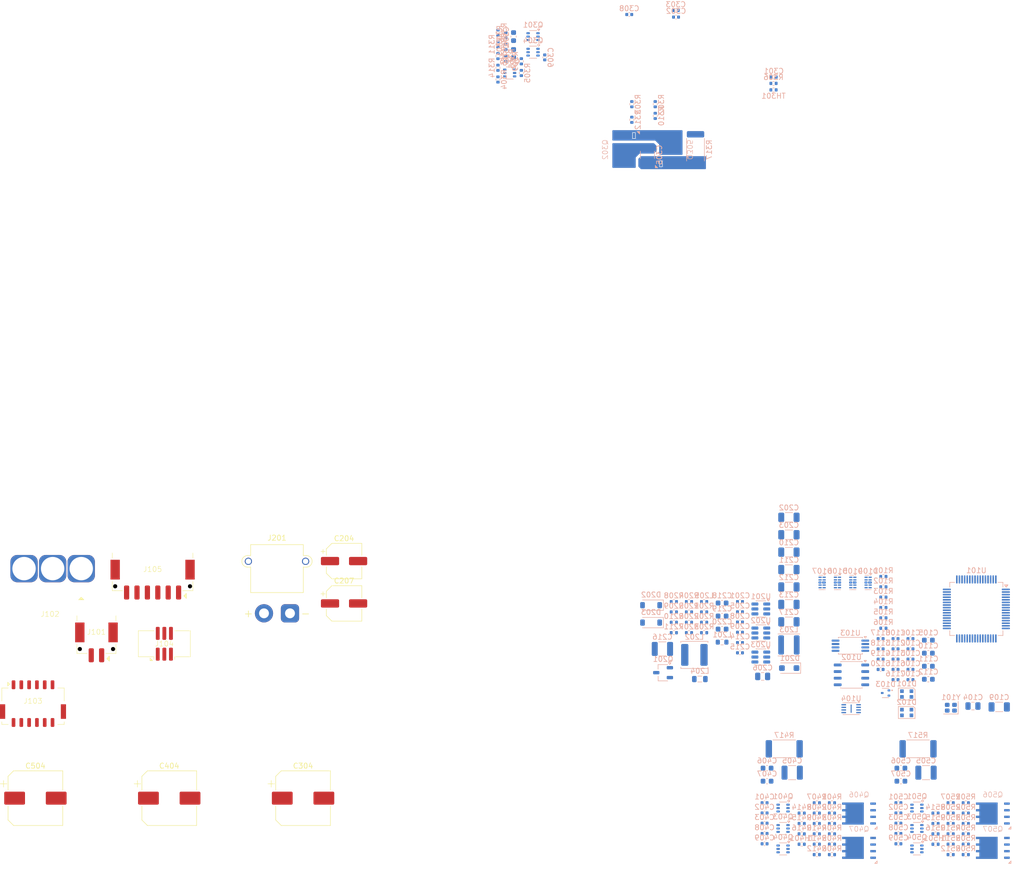
<source format=kicad_pcb>
(kicad_pcb (version 20241229) (generator "pcbnew") (generator_version "9.0")
  (layers (0 "F.Cu" signal) (2 "B.Cu" signal) (13 "F.Paste" user) (15 "B.Paste" user) (5 "F.SilkS" user "F.Silkscreen") (7 "B.SilkS" user "B.Silkscreen") (1 "F.Mask" user) (3 "B.Mask" user) (25 "Edge.Cuts" user))
  (net 0 "")
  (net 1 "GND")
  (net 2 "/OSC_IN")
  (net 3 "/OSC_OUT_L")
  (net 4 "/DBG.NRST")
  (net 5 "+12V")
  (net 6 "+5V")
  (net 7 "VDD")
  (net 8 "VDDA")
  (net 9 "/Power/12V_{SW}")
  (net 10 "/Power/12V_{BST}")
  (net 11 "VBUS")
  (net 12 "/Power/VBUS_{FLT}")
  (net 13 "/Power/12V_{FB}")
  (net 14 "/Power/VBUS_{SENSE}")
  (net 15 "/Power/3V3_{BST}")
  (net 16 "/Power/3V3_{SW}")
  (net 17 "VBST")
  (net 18 "/Power/VBST_{FB}")
  (net 19 "/Power/3V3_{FB}")
  (net 20 "/Power/CP+")
  (net 21 "/Power/CP-")
  (net 22 "/Phase A/FLT_{M}")
  (net 23 "/Phase A/V_{SENSE}")
  (net 24 "/Phase A/TEMP")
  (net 25 "/Phase A/I_{SENSE}")
  (net 26 "/Phase A/LOW")
  (net 27 "/Phase B/FLT_{M}")
  (net 28 "/Phase B/V_{SENSE}")
  (net 29 "/Phase B/TEMP")
  (net 30 "/Phase B/I_{SENSE}")
  (net 31 "/Phase B/LOW")
  (net 32 "/Phase C/FLT_{M}")
  (net 33 "/Phase C/V_{SENSE}")
  (net 34 "/Phase C/TEMP")
  (net 35 "/Phase C/I_{SENSE}")
  (net 36 "/Phase C/LOW")
  (net 38 "Net-(D101-DIN)")
  (net 39 "Net-(D102-DIN)")
  (net 40 "/CANL")
  (net 41 "/CANH")
  (net 42 "/DBG.SWDIO")
  (net 43 "/DBG.SWCLK")
  (net 44 "/DBG.SWO")
  (net 45 "Net-(J105-Pin_4)")
  (net 46 "Net-(J105-Pin_3)")
  (net 47 "/XIO3")
  (net 48 "/XIO2")
  (net 49 "/XIO0")
  (net 50 "/XIO1")
  (net 51 "/XIO5")
  (net 52 "/XIO7")
  (net 53 "/XIO4")
  (net 54 "/XIO6")
  (net 55 "/Power/VBST_{SW}")
  (net 56 "/Phase B/PHASE")
  (net 57 "/Phase C/PHASE")
  (net 58 "/Phase A/PHASE")
  (net 59 "/Power/VBST_{PWM}")
  (net 60 "/Phase A/DH")
  (net 61 "Net-(Q301B-D2)")
  (net 62 "Net-(Q301A-D1)")
  (net 63 "/Phase A/GH")
  (net 64 "Net-(Q303B-E2)")
  (net 65 "/Phase A/DL")
  (net 66 "/Phase A/HIGH")
  (net 67 "Net-(Q303A-E1)")
  (net 68 "Net-(Q304B-D2)")
  (net 69 "Net-(Q304A-D1)")
  (net 70 "/Phase A/GL")
  (net 71 "/Phase B/DH")
  (net 72 "Net-(Q401A-D1)")
  (net 73 "Net-(Q401B-D2)")
  (net 74 "/Phase B/DL")
  (net 75 "Net-(Q403A-E1)")
  (net 76 "Net-(Q403B-E2)")
  (net 77 "/Phase B/HIGH")
  (net 78 "Net-(Q404B-D2)")
  (net 79 "Net-(Q404A-D1)")
  (net 80 "/Phase B/GH")
  (net 81 "/Phase B/GL")
  (net 82 "Net-(Q501B-D2)")
  (net 83 "/Phase C/DH")
  (net 84 "Net-(Q501A-D1)")
  (net 85 "/Phase C/HIGH")
  (net 86 "Net-(Q503A-E1)")
  (net 87 "/Phase C/DL")
  (net 88 "Net-(Q503B-E2)")
  (net 89 "Net-(Q504A-D1)")
  (net 90 "Net-(Q504B-D2)")
  (net 91 "/Phase C/GH")
  (net 92 "/Phase C/GL")
  (net 93 "/OSC_OUT")
  (net 94 "/QSPI.NCS")
  (net 95 "Net-(U101A-PB8-BOOT)")
  (net 96 "/Power/12V_{FBM}")
  (net 97 "/Power/3V3_{FBM}")
  (net 98 "/LI2C_SDA")
  (net 99 "/LI2C_SCL")
  (net 101 "/CAN_RX")
  (net 104 "/QSPI.IO0")
  (net 105 "/QSPI.SCK")
  (net 106 "/QSPI.IO3")
  (net 107 "/CAN_TX")
  (net 108 "/QSPI.IO2")
  (net 109 "/QSPI.IO1")
  (footprint "Bluesat:IDC6" (layer "F.Cu") (at -85.665 95.03)
    (property "Reference" "J104")
    (property "Value" "IDC6")
  )
  (footprint "Connector_AMASS:AMASS_XT30PW-M_1x02_P2.50mm_Horizontal" (layer "F.Cu") (at -61.5 89.175)
    (property "Reference" "J201")
    (property "Value" "XT30M")
  )
  (footprint "Bluesat:SM02B-PASS" (layer "F.Cu") (at -98.725 89.145)
    (property "Reference" "J101")
    (property "Value" "SM02B-PASS")
  )
  (footprint "Capacitor_SMD:CP_Elec_10x10" (layer "F.Cu") (at -110.465 124.725)
    (property "Reference" "C504")
    (property "Value" "270u")
  )
  (footprint "Capacitor_SMD:CP_Elec_6.3x7.7" (layer "F.Cu") (at -51.1 87.275)
    (property "Reference" "C207")
    (property "Value" "68u")
  )
  (footprint "Capacitor_SMD:CP_Elec_6.3x7.7" (layer "F.Cu") (at -51.1 79.125)
    (property "Reference" "C204")
    (property "Value" "68u")
  )
  (footprint "Capacitor_SMD:CP_Elec_10x10" (layer "F.Cu") (at -58.985 124.725)
    (property "Reference" "C304")
    (property "Value" "270u")
  )
  (footprint "Bluesat:MR60-F-TopMount" (layer "F.Cu") (at -107.15 80.575)
    (property "Reference" "J102")
    (property "Value" "MR60")
  )
  (footprint "Capacitor_SMD:CP_Elec_10x10" (layer "F.Cu") (at -84.725 124.725)
    (property "Reference" "C404")
    (property "Value" "270u")
  )
  (footprint "Bluesat:BM12B-ZPDSS" (layer "F.Cu") (at -110.925 106.545)
    (property "Reference" "J103")
    (property "Value" "BM12B-ZPDSS")
  )
  (footprint "Bluesat:SM06B-PASS" (layer "F.Cu") (at -87.925 77.075)
    (property "Reference" "J105")
    (property "Value" "SM06B-PASS")
  )
  (footprint "Resistor_SMD:R_0402_1005Metric" (layer "B.Cu") (at 52.629048 90.06 180)
    (property "Reference" "R105")
    (property "Value" "100k")
  )
  (footprint "Capacitor_SMD:C_0402_1005Metric" (layer "B.Cu") (at 54.969048 99.97 180)
    (property "Reference" "C115")
    (property "Value" "220n")
  )
  (footprint "Resistor_SMD:R_0402_1005Metric" (layer "B.Cu") (at -20 -17.5 90)
    (property "Reference" "R315")
    (property "Value" "1k")
  )
  (footprint "Bluesat:PQFN_5x6mm_E_DGS" (layer "B.Cu") (at 47.944048 127.685 180)
    (property "Reference" "Q406")
    (property "Value" "IRFH7440TRPBF")
  )
  (footprint "Inductor_SMD:L_Changjiang_FNR4020S" (layer "B.Cu") (at 34.459048 95.26 180)
    (property "Reference" "L203")
    (property "Value" "4u7-2A")
  )
  (footprint "Resistor_SMD:R_0402_1005Metric" (layer "B.Cu") (at 4.25 -8.75 90)
    (property "Reference" "R303")
    (property "Value" "10R")
  )
  (footprint "Capacitor_SMD:C_0603_1608Metric" (layer "B.Cu") (at 61.279048 96.84 180)
    (property "Reference" "C110")
    (property "Value" "2u2")
  )
  (footprint "Bluesat:PQFN_5x6mm_E_DGS" (layer "B.Cu") (at 11.75 0 90)
    (property "Reference" "Q305")
    (property "Value" "IRFH7440TRPBF")
  )
  (footprint "Capacitor_SMD:C_1206_3216Metric" (layer "B.Cu") (at 34.459048 77.41 180)
    (property "Reference" "C210")
    (property "Value" "4u7-M")
  )
  (footprint "Resistor_SMD:R_0402_1005Metric" (layer "B.Cu") (at 65.569048 133.59 180)
    (property "Reference" "R511")
    (property "Value" "2k2")
  )
  (footprint "Capacitor_SMD:C_0805_2012Metric" (layer "B.Cu") (at 29.409048 101.31 180)
    (property "Reference" "C206")
    (property "Value" "1u-M")
  )
  (footprint "Diode_SMD:D_SOD-123" (layer "B.Cu") (at 7.954048 87.61 180)
    (property "Reference" "D202")
    (property "Value" "500mA")
  )
  (footprint "Crystal:Crystal_SMD_2016-4Pin_2.0x1.6mm" (layer "B.Cu") (at 65.609048 107.33 180)
    (property "Reference" "Y101")
    (property "Value" "24Mhz")
  )
  (footprint "Resistor_SMD:R_0402_1005Metric" (layer "B.Cu") (at -17 -14.75 90)
    (property "Reference" "R305")
    (property "Value" "1k")
  )
  (footprint "Capacitor_SMD:C_0402_1005Metric" (layer "B.Cu") (at 52.099048 94.06 180)
    (property "Reference" "C117")
    (property "Value" "220n")
  )
  (footprint "Capacitor_SMD:C_0402_1005Metric" (layer "B.Cu") (at 3.75 -26 180)
    (property "Reference" "C308")
    (property "Value" "1n")
  )
  (footprint "Resistor_SMD:R_0402_1005Metric" (layer "B.Cu") (at 12.329048 86.93 180)
    (property "Reference" "R208")
    (property "Value" "10k")
  )
  (footprint "Resistor_SMD:R_0402_1005Metric" (layer "B.Cu") (at 39.829048 133.59 180)
    (property "Reference" "R411")
    (property "Value" "2k2")
  )
  (footprint "Resistor_SMD:R_0402_1005Metric" (layer "B.Cu") (at -20 -19.75 -90)
    (property "Reference" "R301")
    (property "Value" "10k")
  )
  (footprint "Capacitor_SMD:C_1210_3225Metric" (layer "B.Cu") (at 10.129048 96.02 180)
    (property "Reference" "C216")
    (property "Value" "22u")
  )
  (footprint "Capacitor_SMD:C_0402_1005Metric" (layer "B.Cu") (at 29.779048 125.62 180)
    (property "Reference" "C401")
    (property "Value" "10n")
  )
  (footprint "Resistor_SMD:R_0402_1005Metric" (layer "B.Cu") (at 18.149048 92.9 180)
    (property "Reference" "R203")
    (property "Value" "47k")
  )
  (footprint "Capacitor_SMD:C_0402_1005Metric" (layer "B.Cu") (at 29.779048 133.5 180)
    (property "Reference" "C409")
    (property "Value" "100n")
  )
  (footprint "Resistor_SMD:R_0402_1005Metric" (layer "B.Cu") (at 68.479048 135.58 180)
    (property "Reference" "R506")
    (property "Value" "10R")
  )
  (footprint "Capacitor_SMD:C_0402_1005Metric" (layer "B.Cu") (at 55.519048 127.59 180)
    (property "Reference" "C502")
    (property "Value" "1n")
  )
  (footprint "Capacitor_SMD:C_1206_3216Metric" (layer "B.Cu") (at 34.459048 90.81 180)
    (property "Reference" "C217")
    (property "Value" "2u2-H")
  )
  (footprint "Bluesat:SOT-363" (layer "B.Cu") (at 33.339048 126.635 180)
    (property "Reference" "Q401")
    (property "Value" "CJ3439KDW")
  )
  (footprint "Capacitor_SMD:C_0603_1608Metric" (layer "B.Cu") (at 21.609048 89.7 180)
    (property "Reference" "C219")
    (property "Value" "2u2")
  )
  (footprint "Resistor_SMD:R_0402_1005Metric" (layer "B.Cu") (at 39.829048 135.58 180)
    (property "Reference" "R412")
    (property "Value" "10R")
  )
  (footprint "Capacitor_SMD:C_0603_1608Metric" (layer "B.Cu") (at 61.279048 94.33 180)
    (property "Reference" "C105")
    (property "Value" "2u2")
  )
  (footprint "Bluesat:PQFN_5x6mm_E_DGS" (layer "B.Cu") (at 73.684048 127.685 180)
    (property "Reference" "Q506")
    (property "Value" "IRFH7440TRPBF")
  )
  (footprint "Bluesat:WS2812B-2020" (layer "B.Cu") (at 57.114048 104.7 180)
    (property "Reference" "D101")
    (property "Value" "WS2812B-2020")
  )
  (footprint "Capacitor_SMD:C_0805_2012Metric" (layer "B.Cu") (at 69.859048 107.01 180)
    (property "Reference" "C104")
    (property "Value" "1u-M")
  )
  (footprint "Resistor_SMD:R_0402_1005Metric" (layer "B.Cu") (at -17 -17 -90)
    (property "Reference" "R309")
    (property "Value" "10k")
  )
  (footprint "Bluesat:SOT-363" (layer "B.Cu") (at 59.079048 126.635 180)
    (property "Reference" "Q501")
    (property "Value" "CJ3439KDW")
  )
  (footprint "Diode_SMD:D_SOD-123" (layer "B.Cu") (at 7.954048 90.96 180)
    (property "Reference" "D203")
    (property "Value" "500mA")
  )
  (footprint "Capacitor_SMD:C_1206_3216Metric" (layer "B.Cu") (at 34.459048 74.06 180)
    (property "Reference" "C203")
    (property "Value" "1u-H")
  )
  (footprint "Capacitor_SMD:C_0402_1005Metric" (layer "B.Cu") (at 31.54 -13.96 180)
    (property "Reference" "C301")
    (property "Value" "10n")
  )
  (footprint "Resistor_SMD:R_0402_1005Metric" (layer "B.Cu") (at 42.739048 133.59 180)
    (property "Reference" "R405")
    (property "Value" "1k")
  )
  (footprint "Capacitor_SMD:C_0402_1005Metric" (layer "B.Cu") (at 25.049048 96.77 180)
    (property "Reference" "C215")
    (property "Value" "33p")
  )
  (footprint "Bluesat:SOT-363" (layer "B.Cu") (at 59.079048 130.56 180)
    (property "Reference" "Q503")
    (property "Value" "BC846S")
  )
  (footprint "Capacitor_SMD:C_0603_1608Metric" (layer "B.Cu") (at 61.279048 99.35 180)
    (property "Reference" "C111")
    (property "Value" "2u2")
  )
  (footprint "Resistor_SMD:R_0402_1005Metric" (layer "B.Cu") (at 42.739048 129.61 180)
    (property "Reference" "R403")
    (property "Value" "10R")
  )
  (footprint "Resistor_SMD:R_0402_1005Metric" (layer "B.Cu") (at 8.75 -6.5 90)
    (property "Reference" "R310")
    (property "Value" "10R")
  )
  (footprint "Resistor_SMD:R_2512_6332Metric" (layer "B.Cu") (at 16.5 0 90)
    (property "Reference" "R317")
    (property "Value" "1m")
  )
  (footprint "Package_TO_SOT_SMD:TSOT-23-6" (layer "B.Cu") (at 29.059048 92.96 180)
    (property "Reference" "U202")
    (property "Value" "AP62200TWU")
  )
  (footprint "Inductor_SMD:L_Changjiang_FNR5040S" (layer "B.Cu") (at 16.279048 97.17 180)
    (property "Reference" "L202")
    (property "Value" "15u-2A")
  )
  (footprint "Bluesat:PQFN_5x6mm_E_DGS" (layer "B.Cu") (at 47.944048 134.285 180)
    (property "Reference" "Q407")
    (property "Value" "IRFH7440TRPBF")
  )
  (footprint "Capacitor_SMD:C_0402_1005Metric" (layer "B.Cu") (at 12.75 -25.5 180)
    (property "Reference" "C302")
    (property "Value" "1n")
  )
  (footprint "Package_DFN_QFN:Diodes_UDFN-10_1x2.5mm_P0.5mm" (layer "B.Cu") (at 43.799048 83.245 180)
    (property "Reference" "D106")
    (property "Value" "3V3")
  )
  (footprint "Resistor_SMD:R_0402_1005Metric" (layer "B.Cu") (at 65.569048 131.6 180)
    (property "Reference" "R510")
    (property "Value" "10R")
  )
  (footprint "Capacitor_SMD:C_1206_3216Metric" (layer "B.Cu") (at 34.459048 70.71 180)
    (property "Reference" "C202")
    (property "Value" "1u-H")
  )
  (footprint "Resistor_SMD:R_0603_1608Metric" (layer "B.Cu") (at 21.609048 94.72 180)
    (property "Reference" "L201")
    (property "Value" "120R")
  )
  (footprint "Capacitor_SMD:C_0402_1005Metric" (layer "B.Cu") (at 57.839048 99.97 180)
    (property "Reference" "C106")
    (property "Value" "220n")
  )
  (footprint "Capacitor_SMD:C_0603_1608Metric" (layer "B.Cu") (at 55.999048 121.46 180)
    (property "Reference" "C507")
    (property "Value" "100n-H")
  )
  (footprint "Resistor_SMD:R_0402_1005Metric" (layer "B.Cu") (at 12.329048 88.92 180)
    (property "Reference" "R209")
    (property "Value" "100K")
  )
  (footprint "Resistor_SMD:R_0402_1005Metric" (layer "B.Cu") (at 15.239048 86.93 180)
    (property "Reference" "R204")
    (property "Value" "10k")
  )
  (footprint "Capacitor_SMD:C_0402_1005Metric" (layer "B.Cu") (at 52.099048 99.97 180)
    (property "Reference" "C120")
    (property "Value" "220n")
  )
  (footprint "Resistor_SMD:R_0402_1005Metric" (layer "B.Cu") (at 12.329048 92.9 180)
    (property "Reference" "R211")
    (property "Value" "10k")
  )
  (footprint "Resistor_SMD:R_0402_1005Metric" (layer "B.Cu") (at 31.5 -11.5)
    (property "Reference" "TH301")
    (property "Value" "10k")
  )
  (footprint "Resistor_SMD:R_0402_1005Metric" (layer "B.Cu") (at 62.659048 133.59 180)
    (property "Reference" "TH501")
    (property "Value" "10k")
  )
  (footprint "Resistor_SMD:R_0402_1005Metric" (layer "B.Cu") (at 36.919048 133.59 180)
    (property "Reference" "TH401")
    (property "Value" "10k")
  )
  (footprint "Resistor_SMD:R_0402_1005Metric" (layer "B.Cu") (at 12.329048 90.91 180)
    (property "Reference" "R210")
    (property "Value" "10k")
  )
  (footprint "Capacitor_SMD:C_0603_1608Metric" (layer "B.Cu") (at -18.5 -18.5 -90)
    (property "Reference" "C307")
    (property "Value" "100n-H")
  )
  (footprint "Capacitor_SMD:C_0603_1608Metric" (layer "B.Cu") (at 21.609048 92.21 180)
    (property "Reference" "C220")
    (property "Value" "2u2")
  )
  (footprint "Capacitor_SMD:C_0402_1005Metric" (layer "B.Cu") (at 29.779048 127.59 180)
    (property "Reference" "C402")
    (property "Value" "1n")
  )
  (footprint "Capacitor_SMD:C_1210_3225Metric" (layer "B.Cu") (at 35.089048 119.82 180)
    (property "Reference" "C405")
    (property "Value" "4u7-H")
  )
  (footprint "Capacitor_SMD:C_0603_1608Metric" (layer "B.Cu") (at 30.259048 118.95 180)
    (property "Reference" "C406")
    (property "Value" "100n-H")
  )
  (footprint "Resistor_SMD:R_0402_1005Metric" (layer "B.Cu") (at 18.149048 88.92 180)
    (property "Reference" "R201")
    (property "Value" "100k")
  )
  (footprint "Capacitor_SMD:C_0402_1005Metric" (layer "B.Cu") (at 55.519048 129.56 180)
    (property "Reference" "C503")
    (property "Value" "220n")
  )
  (footprint "Bluesat:SOT-363" (layer "B.Cu") (at 33.339048 134.485 180)
    (property "Reference" "Q404")
    (property "Value" "CJ3439KDW")
  )
  (footprint "Bluesat:PQFN_5x6mm_E_DGS" (layer "B.Cu") (at 73.684048 134.285 180)
    (property "Reference" "Q507")
    (property "Value" "IRFH7440TRPBF")
  )
  (footprint "Capacitor_SMD:C_0402_1005Metric" (layer "B.Cu") (at 25.049048 94.8 180)
    (property "Reference" "C214")
    (property "Value" "33p")
  )
  (footprint "Resistor_SMD:R_0402_1005Metric" (layer "B.Cu") (at 52.629048 86.08 180)
    (property "Reference" "R103")
    (property "Value" "10k")
  )
  (footprint "Resistor_SMD:R_0402_1005Metric" (layer "B.Cu") (at 52.629048 88.07 180)
    (property "Reference" "R104")
    (property "Value" "100k")
  )
  (footprint "Capacitor_SMD:C_1210_3225Metric" (layer "B.Cu") (at 7.25 1 90)
    (property "Reference" "C305")
    (property "Value" "4u7-H")
  )
  (footprint "Resistor_SMD:R_0402_1005Metric" (layer "B.Cu") (at -21.5 -15.75 -90)
    (property "Reference" "R314")
    (property "Value" "10k")
  )
  (footprint "Resistor_SMD:R_0402_1005Metric" (layer "B.Cu") (at 8.75 -8.75 90)
    (property "Reference" "R302")
    (property "Value" "10R")
  )
  (footprint "Resistor_SMD:R_0402_1005Metric" (layer "B.Cu") (at 52.629048 84.09 180)
    (property "Reference" "R102")
    (property "Value" "470R")
  )
  (footprint "Capacitor_SMD:C_0603_1608Metric" (layer "B.Cu") (at 21.609048 87.19 180)
    (property "Reference" "C218")
    (property "Value" "2u2")
  )
  (footprint "Capacitor_SMD:C_1210_3225Metric" (layer "B.Cu") (at 60.829048 119.82 180)
    (property "Reference" "C505")
    (property "Value" "4u7-H")
  )
  (footprint "Resistor_SMD:R_0402_1005Metric" (layer "B.Cu") (at 39.829048 125.63 180)
    (property "Reference" "R407")
    (property "Value" "220K")
  )
  (footprint "Resistor_SMD:R_0402_1005Metric" (layer "B.Cu") (at -20 -22 -90)
    (property "Reference" "R307")
    (property "Value" "220K")
  )
  (footprint "Bluesat:SOT-363" (layer "B.Cu") (at -19.25 -14.75 180)
    (property "Reference" "Q303")
    (property "Value" "BC846S")
  )
  (footprint "Resistor_SMD:R_2512_6332Metric" (layer "B.Cu") (at 33.559048 115.24 180)
    (property "Reference" "R417")
    (property "Value" "1m")
  )
  (footprint "Bluesat:SOT-363" (layer "B.Cu") (at 33.339048 130.56 180)
    (property "Reference" "Q403")
    (property "Value" "BC846S")
  )
  (footprint "Bluesat:SOT-363" (layer "B.Cu") (at -14.75 -21.75 180)
    (property "Reference" "Q301")
    (property "Value" "CJ3439KDW")
  )
  (footprint "Resistor_SMD:R_0402_1005Metric" (layer "B.Cu") (at 36.919048 127.62 180)
    (property "Reference" "R414")
    (property "Value" "10k")
  )
  (footprint "Capacitor_SMD:C_0402_1005Metric" (layer "B.Cu") (at 25.049048 88.89 180)
    (property "Reference" "C205")
    (property "Value" "33p")
  )
  (footprint "Package_TO_SOT_SMD:TSOT-23" (layer "B.Cu") (at 10.259048 100.585 180)
    (property "Reference" "Q201")
    (property "Value" "SSM3K333R")
  )
  (footprint "Resistor_SMD:R_0402_1005Metric" (layer "B.Cu") (at 62.659048 129.61 180)
    (property "Reference" "R515")
    (property "Value" "1k")
  )
  (footprint "Capacitor_SMD:C_0402_1005Metric" (layer "B.Cu") (at 25.049048 90.86 180)
    (property "Reference" "C208")
    (property "Value" "10n")
  )
  (footprint "Bluesat:SOT-363" (layer "B.Cu") (at 59.079048 134.485 180)
    (property "Reference" "Q504")
    (property "Value" "CJ3439KDW")
  )
  (footprint "Bluesat:WS2812B-2020" (layer "B.Cu") (at 57.114048 108.25 180)
    (property "Reference" "D102")
    (property "Value" "WS2812B-2020")
  )
  (footprint "Capacitor_SMD:C_0402_1005Metric" (layer "B.Cu") (at 55.519048 131.53 180)
    (property "Reference" "C508")
    (property "Value" "1n")
  )
  (footprint "Resistor_SMD:R_0402_1005Metric" (layer "B.Cu") (at 4.25 -5.75 90)
    (property "Reference" "R312")
    (property "Value" "10R")
  )
  (footprint "Resistor_SMD:R_0402_1005Metric" (layer "B.Cu") (at 18.149048 86.93 180)
    (property "Reference" "L205")
    (property "Value" "600R")
  )
  (footprint "Package_TO_SOT_SMD:SOT-523" (layer "B.Cu") (at 53.054048 104.5 180)
    (property "Reference" "D103")
    (property "Value" "5V")
  )
  (footprint "Package_DFN_QFN:Diodes_UDFN-10_1x2.5mm_P0.5mm" (layer "B.Cu") (at 49.699048 83.245 180)
    (property "Reference" "D104")
    (property "Value" "3V3")
  )
  (footprint "Capacitor_SMD:C_0402_1005Metric" (layer "B.Cu") (at 52.099048 98 180)
    (property "Reference" "C119")
    (property "Value" "220n")
  )
  (footprint "Bluesat:LQFP-64-0.5" (layer "B.Cu") (at 70.509048 88.33 180)
    (property "Reference" "U101")
    (property "Value" "STM32G474_WarkMin")
  )
  (footprint "Bluesat:SOT-363" (layer "B.Cu") (at -14.75 -18.75 180)
    (property "Reference" "Q304")
    (property "Value" "CJ3439KDW")
  )
  (footprint "Capacitor_SMD:C_0402_1005Metric" (layer "B.Cu") (at 54.969048 101.94 180)
    (property "Reference" "C116")
    (property "Value" "220n")
  )
  (footprint "Resistor_SMD:R_0402_1005Metric" (layer "B.Cu") (at 52.629048 92.05 180)
    (property "Reference" "R106")
    (property "Value" "10k")
  )
  (footprint "Resistor_SMD:R_0402_1005Metric" (layer "B.Cu") (at 18.149048 90.91 180)
    (property "Reference" "R202")
    (property "Value" "220k")
  )
  (footprint "Capacitor_SMD:C_0402_1005Metric" (layer "B.Cu") (at 29.779048 131.53 180)
    (property "Reference" "C408")
    (property "Value" "1n")
  )
  (footprint "Capacitor_SMD:C_0402_1005Metric" (layer "B.Cu") (at 54.969048 96.03 180)
    (property "Reference" "C113")
    (property "Value" "220n")
  )
  (footprint "Resistor_SMD:R_0402_1005Metric" (layer "B.Cu") (at -21.5 -22.5 90)
    (property "Reference" "R308")
    (property "Value" "10K")
  )
  (footprint "Capacitor_SMD:C_1206_3216Metric" (layer "B.Cu") (at 34.459048 84.11 180)
    (property "Reference" "C212")
    (property "Value" "10u")
  )
  (footprint "Package_DFN_QFN:Diodes_UDFN-10_1x2.5mm_P0.5mm" (layer "B.Cu") (at 46.749048 83.245 180)
    (property "Reference" "D105")
    (property "Value" "3V3")
  )
  (footprint "Resistor_SMD:R_2512_6332Metric" (layer "B.Cu") (at 59.299048 115.24 180)
    (property "Reference" "R517")
    (property "Value" "1m")
  )
  (footprint "Resistor_SMD:R_0402_1005Metric" (layer "B.Cu") (at 65.569048 129.61 180)
    (property "Reference" "R509")
    (property "Value" "10k")
  )
  (footprint "Resistor_SMD:R_0402_1005Metric" (layer "B.Cu") (at 65.569048 127.62 180)
    (property "Reference" "R508")
    (property "Value" "10K")
  )
  (footprint "Resistor_SMD:R_0402_1005Metric" (layer "B.Cu") (at 68.479048 131.6 180)
    (property "Reference" "R504")
    (property "Value" "10k")
  )
  (footprint "Inductor_SMD:L_0805_2012Metric" (layer "B.Cu") (at 17.329048 101.82 180)
    (property "Reference" "L204")
    (property "Value" "100u-100mA")
  )
  (footprint "Capacitor_SMD:C_0402_1005Metric" (layer "B.Cu") (at 57.839048 98 180)
    (property "Reference" "C103")
    (property "Value" "10n")
  )
  (footprint "Resistor_SMD:R_0402_1005Metric" (layer "B.Cu") (at 42.739048 125.63 180)
    (property "Reference" "R401")
    (property "Value" "10k")
  )
  (footprint "Resistor_SMD:R_0402_1005Metric" (layer "B.Cu") (at 62.659048 131.6 180)
    (property "Reference" "R516")
    (property "Value" "10R")
  )
  (footprint "Capacitor_SMD:C_0402_1005Metric" (layer "B.Cu") (at 25.049048 86.92 180)
    (property "Reference" "C201")
    (property "Value" "100n-M")
  )
  (footprint "Resistor_SMD:R_0402_1005Metric" (layer "B.Cu") (at 42.739048 127.62 180)
    (property "Reference" "R402")
    (property "Value" "10R")
  )
  (footprint "Capacitor_SMD:C_0402_1005Metric" (layer "B.Cu") (at 55.519048 125.62 180)
    (property "Reference" "C501")
    (property "Value" "10n")
  )
  (footprint "Resistor_SMD:R_0402_1005Metric" (layer "B.Cu") (at 68.479048 125.63 180)
    (property "Reference" "R501")
    (property "Value" "10k")
  )
  (footprint "Resistor_SMD:R_0402_1005Metric" (layer "B.Cu") (at 68.479048 133.59 180)
    (property "Reference" "R505")
    (property "Value" "1k")
  )
  (footprint "Capacitor_SMD:C_0402_1005Metric" (layer "B.Cu") (at 52.099048 96.03 180)
    (property "Reference" "C118")
    (property "Value" "220n")
  )
  (footprint "Capacitor_SMD:C_1206_3216Metric" (layer "B.Cu") (at 34.459048 80.76 180)
    (property "Reference" "C211")
    (property "Value" "10u")
  )
  (footprint "Resistor_SMD:R_0402_1005Metric" (layer "B.Cu") (at 62.659048 127.62 180)
    (property "Reference" "R514")
    (property "Value" "10k")
  )
  (footprint "Capacitor_SMD:C_0402_1005Metric" (layer "B.Cu") (at 55.519048 133.5 180)
    (property "Reference" "C509")
    (property "Value" "100n")
  )
  (footprint "Capacitor_SMD:C_1206_3216Metric" (layer "B.Cu") (at 74.909048 107.18 180)
    (property "Reference" "C109")
    (property "Value" "10u")
  )
  (footprint "Capacitor_SMD:C_0603_1608Metric" (layer "B.Cu") (at -18.5 -21.75 -90)
    (property "Reference" "C306")
    (property "Value" "100n-H")
  )
  (footprint "Capacitor_SMD:C_0603_1608Metric" (layer "B.Cu") (at 61.279048 101.86 180)
    (property "Reference" "C112")
    (property "Value" "2u2")
  )
  (footprint "Package_TO_SOT_SMD:SOT-23-6" (layer "B.Cu") (at 29.059048 97.585 180)
    (property "Reference" "U203")
    (property "Value" "HX4002")
  )
  (footprint "Resistor_SMD:R_0402_1005Metric" (layer "B.Cu") (at 39.829048 129.61 180)
    (property "Reference" "R409")
    (property "Value" "10k")
  )
  (footprint "Bluesat:PQFN_5x6mm_E_DGS" (layer "B.Cu") (at 2.75 0 -90)
    (property "Reference" "Q302")
    (property "Value" "IRFH7440TRPBF")
  )
  (footprint "Resistor_SMD:R_0402_1005Metric" (layer "B.Cu") (at 39.829048 131.6 180)
    (property "Reference" "R410")
    (property "Value" "10R")
  )
  (footprint "Capacitor_SMD:C_0402_1005Metric" (layer "B.Cu") (at 57.839048 96.03 180)
    (property "Reference" "C102")
    (property "Value" "10p")
  )
  (footprint "Resistor_SMD:R_0402_1005Metric" (layer "B.Cu") (at 65.569048 125.63 180)
    (property "Reference" "R507")
    (property "Value" "220K")
  )
  (footprint "Resistor_SMD:R_0402_1005Metric" (layer "B.Cu") (at -21.5 -13.5 90)
    (property "Reference" "R304")
    (property "Value" "10k")
  )
  (footprint "Capacitor_SMD:C_0402_1005Metric" (layer "B.Cu") (at 29.779048 129.56 180)
    (property "Reference" "C403")
    (property "Value" "220n")
  )
  (footprint "Resistor_SMD:R_0402_1005Metric" (layer "B.Cu") (at -21.5 -18 90)
    (property "Reference" "R316")
    (property "Value" "10R")
  )
  (footprint "Capacitor_SMD:C_0603_1608Metric" (layer "B.Cu") (at 30.259048 121.46 180)
    (property "Reference" "C407")
    (property "Value" "100n-H")
  )
  (footprint "Bluesat:TSSOP-8_4.4x3.0-0.65" (layer "B.Cu") (at 46.289048 95.405 180)
    (property "Reference" "U103")
    (property "Value" "ZD24C128A")
  )
  (footprint "Resistor_SMD:R_0402_1005Metric" (layer "B.Cu") (at 68.479048 127.62 180)
    (property "Reference" "R502")
    (property "Value" "10R")
  )
  (footprint "Package_TO_SOT_SMD:TSOT-23-6" (layer "B.Cu") (at 29.059048 88.335 180)
    (property "Reference" "U201")
    (property "Value" "MP2459GJ-Z-MS")
  )
  (footprint "Resistor_SMD:R_0402_1005Metric" (layer "B.Cu") (at 31.5 -12.75 180)
    (property "Reference" "R306")
    (property "Value" "10R")
  )
  (footprint "Capacitor_SMD:C_0402_1005Metric" (layer "B.Cu") (at 12.7 -26.78 180)
    (property "Reference" "C303")
    (property "Value" "220n")
  )
  (footprint "Diode_SMD:D_SOD-123F" (layer "B.Cu") (at 34.514048 99.71 180)
    (property "Reference" "D201")
    (property "Value" "30V")
  )
  (footprint "Capacitor_SMD:C_0402_1005Metric" (layer "B.Cu") (at 57.839048 101.94 180)
    (property "Reference" "C107")
    (property "Value" "220n")
  )
  (footprint "Resistor_SMD:R_0402_1005Metric" (layer "B.Cu") (at 42.739048 135.58 180)
    (property "Reference" "R406")
    (property "Value" "10R")
  )
  (footprint "Resistor_SMD:R_0402_1005Metric" (layer "B.Cu") (at -21.5 -20.25 -90)
    (property "Reference" "R311")
    (property "Value" "2k2")
  )
  (footprint "Package_SO:JEITA_SOIC-8_3.9x4.9mm_P1.27mm" (layer "B.Cu") (at 46.489048 101.015 180)
    (property "Reference" "U102")
    (property "Value" "TCAN1462V")
  )
  (footprint "Resistor_SMD:R_0402_1005Metric" (layer "B.Cu") (at 15.239048 88.92 180)
    (property "Reference" "R205")
    (property "Value" "10k")
  )
  (footprint "Package_SON:Winbond_USON-8-1EP_3x2mm_P0.5mm_EP0.2x1.6mm" (layer "B.Cu") (at 46.434048 107.51 180)
    (property "Reference" "U104")
    (property "Value" "ZD25WQ16C")
  )
  (footprint "Capacitor_SMD:C_0603_1608Metric" (layer "B.Cu") (at 55.999048 118.95 180)
    (property "Reference" "C506")
    (property "Value" "100n-H")
  )
  (footprint "Capacitor_SMD:C_0402_1005Metric" (layer "B.Cu") (at -12.5 -17.75 90)
    (property "Reference" "C309")
    (property "Value" "100n")
  )
  (footprint "Package_DFN_QFN:Diodes_UDFN-10_1x2.5mm_P0.5mm" (layer "B.Cu") (at 40.849048 83.245 180)
    (property "Reference" "D107")
    (property "Value" "3V3")
  )
  (footprint "Capacitor_SMD:C_1206_3216Metric" (layer "B.Cu") (at 34.459048 87.46 180)
    (property "Reference" "C213")
    (property "Value" "1u-H")
  )
  (footprint "Resistor_SMD:R_0402_1005Metric" (layer "B.Cu") (at 52.629048 82.1 180)
    (property "Reference" "R101")
    (property "Value" "1k")
  )
  (footprint "Resistor_SMD:R_0402_1005Metric" (layer "B.Cu") (at 39.829048 127.62 180)
    (property "Reference" "R408")
    (property "Value" "10K")
  )
  (footprint "Resistor_SMD:R_0402_1005Metric" (layer "B.Cu") (at 36.919048 131.6 180)
    (property "Reference" "R416")
    (property "Value" "10R")
  )
  (footprint "Resistor_SMD:R_0402_1005Metric" (layer "B.Cu") (at 42.739048 131.6 180)
    (property "Reference" "R404")
    (property "Value" "10k")
  )
  (footprint "Resistor_SMD:R_0402_1005Metric" (layer "B.Cu") (at 68.479048 129.61 180)
    (property "Reference" "R503")
    (property "Value" "10R")
  )
  (footprint "Resistor_SMD:R_0402_1005Metric" (layer "B.Cu") (at 65.569048 135.58 180)
    (property "Reference" "R512")
    (property "Value" "10R")
  )
  (footprint "Resistor_SMD:R_0402_1005Metric" (layer "B.Cu") (at 15.239048 90.91 180)
    (property "Reference" "R206")
    (property "Value" "22k")
  )
  (footprint "Resistor_SMD:R_0402_1005Metric" (layer "B.Cu") (at 15.239048 92.9 180)
    (property "Reference" "R207")
    (property "Value" "220k")
  )
  (footprint "Capacitor_SMD:C_0402_1005Metric" (layer "B.Cu") (at 54.969048 94.06 180)
    (property "Reference" "C108")
    (property "Value" "220n")
  )
  (footprint "Capacitor_SMD:C_0402_1005Metric" (layer "B.Cu") (at 54.969048 98 180)
    (property "Reference" "C114")
    (property "Value" "220n")
  )
  (footprint "Capacitor_SMD:C_0402_1005Metric" (layer "B.Cu") (at 57.839048 94.06 180)
    (property "Reference" "C101")
    (property "Value" "10p")
  )
  (footprint "Resistor_SMD:R_0402_1005Metric" (layer "B.Cu") (at 36.919048 129.61 180)
    (property "Reference" "R415")
    (property "Value" "1k")
  )
  (footprint "Capacitor_SMD:C_0402_1005Metric" (layer "B.Cu") (at 25.049048 92.83 180)
    (property "Reference" "C209")
    (property "Value" "220n")
  )
  (zone (net 26) (net_name "/Phase A/LOW") (layer "B.Cu") (connect_pads yes (clearance 0.1)) (min_thickness 0.25) (fill yes (thermal_gap 0.5) (thermal_bridge_width 0.5))
    (polygon (pts (xy 6 3.75) (xy 18.5 3.75) (xy 18.5 1.25) (xy 6 1.25) (xy 5.5 1.75) (xy 5.5 3.25)))
  )
  (zone (net 58) (net_name "/Phase A/PHASE") (layer "B.Cu") (priority 2) (connect_pads yes (clearance 0.1)) (min_thickness 0.25) (fill yes (thermal_gap 0.5) (thermal_bridge_width 0.5))
    (polygon (pts (xy 0.5 -3.75) (xy 0.5 -1.75) (xy 8.75 -1.75) (xy 9.5 -1) (xy 9.5 1) (xy 14 1) (xy 14 -3.75)))
  )
  (zone (net 11) (net_name "VBUS") (layer "B.Cu") (priority 1) (connect_pads yes (clearance 0.1)) (min_thickness 0.25) (fill yes (thermal_gap 0.5) (thermal_bridge_width 0.5))
    (polygon (pts (xy 8.5 0.75) (xy 9 0.25) (xy 9 -0.75) (xy 8.5 -1.25) (xy 0.5 -1.25) (xy 0.5 3.5) (xy 5 3.5) (xy 5 1.5) (xy 5.75 0.75)))
  )
)
</source>
